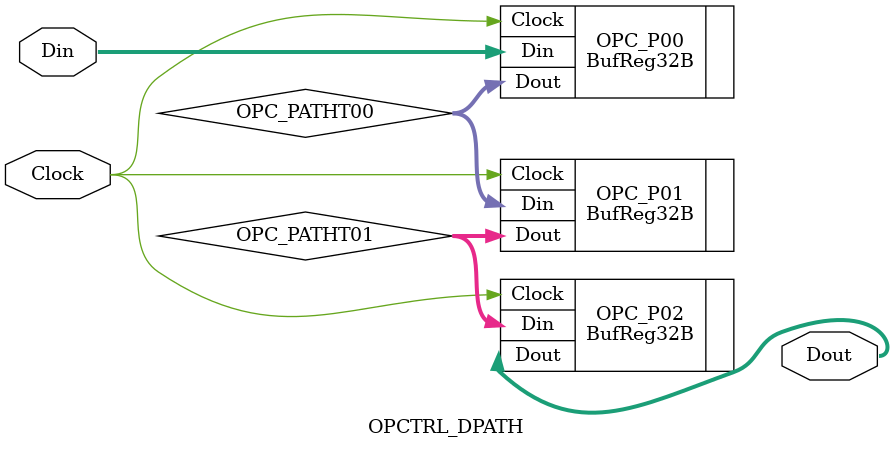
<source format=v>
`timescale	1ns/1ps

module	OPCTRL_DPATH(Dout, Din, Clock)	;
	
output	[31:0]	Dout	;
wire	[31:0]	Dout	;

input	[31:0]	Din	;
wire	[31:0]	Din	;

input	Clock	;
wire	Clock	;


wire	[31:0]	OPC_PATHT00, OPC_PATHT01	;


BufReg32B		OPC_P00(.Dout(OPC_PATHT00), .Din(Din), .Clock(Clock))	;
BufReg32B		OPC_P01(.Dout(OPC_PATHT01), .Din(OPC_PATHT00), .Clock(Clock))	;
BufReg32B		OPC_P02(.Dout(Dout), .Din(OPC_PATHT01), .Clock(Clock))	;


endmodule

</source>
